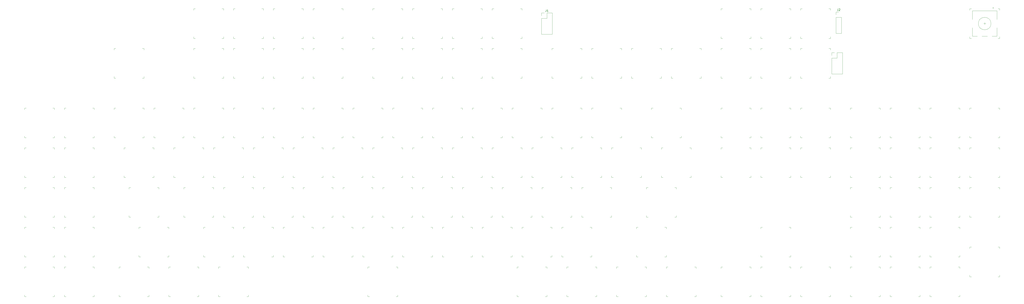
<source format=gbr>
%TF.GenerationSoftware,KiCad,Pcbnew,(6.0.0)*%
%TF.CreationDate,2022-04-04T19:04:30-04:00*%
%TF.ProjectId,SweetBusiness,53776565-7442-4757-9369-6e6573732e6b,rev?*%
%TF.SameCoordinates,Original*%
%TF.FileFunction,Legend,Top*%
%TF.FilePolarity,Positive*%
%FSLAX46Y46*%
G04 Gerber Fmt 4.6, Leading zero omitted, Abs format (unit mm)*
G04 Created by KiCad (PCBNEW (6.0.0)) date 2022-04-04 19:04:30*
%MOMM*%
%LPD*%
G01*
G04 APERTURE LIST*
%ADD10C,0.150000*%
%ADD11C,0.120000*%
G04 APERTURE END LIST*
D10*
%TO.C,J1*%
X311605416Y-125084880D02*
X311605416Y-125799166D01*
X311557797Y-125942023D01*
X311462559Y-126037261D01*
X311319702Y-126084880D01*
X311224464Y-126084880D01*
X312605416Y-126084880D02*
X312033988Y-126084880D01*
X312319702Y-126084880D02*
X312319702Y-125084880D01*
X312224464Y-125227738D01*
X312129226Y-125322976D01*
X312033988Y-125370595D01*
%TO.C,J2*%
X451278666Y-124640380D02*
X451278666Y-125354666D01*
X451231047Y-125497523D01*
X451135809Y-125592761D01*
X450992952Y-125640380D01*
X450897714Y-125640380D01*
X451707238Y-124735619D02*
X451754857Y-124688000D01*
X451850095Y-124640380D01*
X452088190Y-124640380D01*
X452183428Y-124688000D01*
X452231047Y-124735619D01*
X452278666Y-124830857D01*
X452278666Y-124926095D01*
X452231047Y-125068952D01*
X451659619Y-125640380D01*
X452278666Y-125640380D01*
D11*
%TO.C,K70*%
X457200450Y-192087900D02*
X457200450Y-191294200D01*
X457200450Y-191294200D02*
X457994150Y-191294200D01*
X457994150Y-205580800D02*
X457200450Y-205580800D01*
X457200450Y-205580800D02*
X457200450Y-204787100D01*
X471487050Y-192087900D02*
X471487050Y-191294200D01*
X471487050Y-191294200D02*
X470693350Y-191294200D01*
X471487050Y-205580800D02*
X470693350Y-205580800D01*
X471487050Y-204787100D02*
X471487050Y-205580800D01*
%TO.C,K42*%
X333375450Y-173037900D02*
X333375450Y-172244200D01*
X347662050Y-185737100D02*
X347662050Y-186530800D01*
X334169150Y-186530800D02*
X333375450Y-186530800D01*
X347662050Y-186530800D02*
X346868350Y-186530800D01*
X333375450Y-172244200D02*
X334169150Y-172244200D01*
X333375450Y-186530800D02*
X333375450Y-185737100D01*
X347662050Y-172244200D02*
X346868350Y-172244200D01*
X347662050Y-173037900D02*
X347662050Y-172244200D01*
%TO.C,K44*%
X409574550Y-172244200D02*
X408780850Y-172244200D01*
X395287950Y-186530800D02*
X395287950Y-185737100D01*
X395287950Y-172244200D02*
X396081650Y-172244200D01*
X395287950Y-173037900D02*
X395287950Y-172244200D01*
X409574550Y-186530800D02*
X408780850Y-186530800D01*
X396081650Y-186530800D02*
X395287950Y-186530800D01*
X409574550Y-173037900D02*
X409574550Y-172244200D01*
X409574550Y-185737100D02*
X409574550Y-186530800D01*
%TO.C,K8*%
X266700450Y-125412900D02*
X266700450Y-124619200D01*
X280987050Y-125412900D02*
X280987050Y-124619200D01*
X266700450Y-124619200D02*
X267494150Y-124619200D01*
X280987050Y-138112100D02*
X280987050Y-138905800D01*
X280987050Y-138905800D02*
X280193350Y-138905800D01*
X266700450Y-138905800D02*
X266700450Y-138112100D01*
X267494150Y-138905800D02*
X266700450Y-138905800D01*
X280987050Y-124619200D02*
X280193350Y-124619200D01*
%TO.C,K125*%
X490537050Y-262730800D02*
X489743350Y-262730800D01*
X490537050Y-248444200D02*
X489743350Y-248444200D01*
X476250450Y-248444200D02*
X477044150Y-248444200D01*
X476250450Y-249237900D02*
X476250450Y-248444200D01*
X477044150Y-262730800D02*
X476250450Y-262730800D01*
X476250450Y-262730800D02*
X476250450Y-261937100D01*
X490537050Y-249237900D02*
X490537050Y-248444200D01*
X490537050Y-261937100D02*
X490537050Y-262730800D01*
%TO.C,K110*%
X495300450Y-229394200D02*
X496094150Y-229394200D01*
X509587050Y-229394200D02*
X508793350Y-229394200D01*
X509587050Y-230187900D02*
X509587050Y-229394200D01*
X495300450Y-230187900D02*
X495300450Y-229394200D01*
X496094150Y-243680800D02*
X495300450Y-243680800D01*
X509587050Y-243680800D02*
X508793350Y-243680800D01*
X495300450Y-243680800D02*
X495300450Y-242887100D01*
X509587050Y-242887100D02*
X509587050Y-243680800D01*
%TO.C,K84*%
X271462950Y-211137900D02*
X271462950Y-210344200D01*
X271462950Y-210344200D02*
X272256650Y-210344200D01*
X285749550Y-211137900D02*
X285749550Y-210344200D01*
X272256650Y-224630800D02*
X271462950Y-224630800D01*
X285749550Y-210344200D02*
X284955850Y-210344200D01*
X271462950Y-224630800D02*
X271462950Y-223837100D01*
X285749550Y-223837100D02*
X285749550Y-224630800D01*
X285749550Y-224630800D02*
X284955850Y-224630800D01*
%TO.C,K79*%
X190499550Y-223837100D02*
X190499550Y-224630800D01*
X176212950Y-224630800D02*
X176212950Y-223837100D01*
X190499550Y-224630800D02*
X189705850Y-224630800D01*
X176212950Y-211137900D02*
X176212950Y-210344200D01*
X177006650Y-224630800D02*
X176212950Y-224630800D01*
X190499550Y-211137900D02*
X190499550Y-210344200D01*
X190499550Y-210344200D02*
X189705850Y-210344200D01*
X176212950Y-210344200D02*
X177006650Y-210344200D01*
%TO.C,K38*%
X271462050Y-186530800D02*
X270668350Y-186530800D01*
X257175450Y-186530800D02*
X257175450Y-185737100D01*
X271462050Y-173037900D02*
X271462050Y-172244200D01*
X271462050Y-185737100D02*
X271462050Y-186530800D01*
X257175450Y-172244200D02*
X257969150Y-172244200D01*
X257175450Y-173037900D02*
X257175450Y-172244200D01*
X271462050Y-172244200D02*
X270668350Y-172244200D01*
X257969150Y-186530800D02*
X257175450Y-186530800D01*
%TO.C,K37*%
X252412050Y-186530800D02*
X251618350Y-186530800D01*
X252412050Y-173037900D02*
X252412050Y-172244200D01*
X238125450Y-173037900D02*
X238125450Y-172244200D01*
X252412050Y-172244200D02*
X251618350Y-172244200D01*
X238125450Y-186530800D02*
X238125450Y-185737100D01*
X252412050Y-185737100D02*
X252412050Y-186530800D01*
X238919150Y-186530800D02*
X238125450Y-186530800D01*
X238125450Y-172244200D02*
X238919150Y-172244200D01*
%TO.C,K29*%
X80962950Y-172244200D02*
X81756650Y-172244200D01*
X95249550Y-173037900D02*
X95249550Y-172244200D01*
X95249550Y-172244200D02*
X94455850Y-172244200D01*
X95249550Y-185737100D02*
X95249550Y-186530800D01*
X80962950Y-186530800D02*
X80962950Y-185737100D01*
X81756650Y-186530800D02*
X80962950Y-186530800D01*
X80962950Y-173037900D02*
X80962950Y-172244200D01*
X95249550Y-186530800D02*
X94455850Y-186530800D01*
%TO.C,J1*%
X311938750Y-129232500D02*
X311938750Y-126632500D01*
X309338750Y-127962500D02*
X309338750Y-126632500D01*
X309338750Y-129232500D02*
X311938750Y-129232500D01*
X314538750Y-126632500D02*
X314538750Y-136912500D01*
X311938750Y-126632500D02*
X314538750Y-126632500D01*
X309338750Y-136912500D02*
X314538750Y-136912500D01*
X309338750Y-129232500D02*
X309338750Y-136912500D01*
X309338750Y-126632500D02*
X310668750Y-126632500D01*
%TO.C,K49*%
X509587050Y-186530800D02*
X508793350Y-186530800D01*
X509587050Y-185737100D02*
X509587050Y-186530800D01*
X496094150Y-186530800D02*
X495300450Y-186530800D01*
X495300450Y-173037900D02*
X495300450Y-172244200D01*
X495300450Y-186530800D02*
X495300450Y-185737100D01*
X509587050Y-173037900D02*
X509587050Y-172244200D01*
X509587050Y-172244200D02*
X508793350Y-172244200D01*
X495300450Y-172244200D02*
X496094150Y-172244200D01*
%TO.C,K82*%
X234156650Y-224630800D02*
X233362950Y-224630800D01*
X233362950Y-224630800D02*
X233362950Y-223837100D01*
X247649550Y-223837100D02*
X247649550Y-224630800D01*
X247649550Y-210344200D02*
X246855850Y-210344200D01*
X233362950Y-210344200D02*
X234156650Y-210344200D01*
X233362950Y-211137900D02*
X233362950Y-210344200D01*
X247649550Y-211137900D02*
X247649550Y-210344200D01*
X247649550Y-224630800D02*
X246855850Y-224630800D01*
%TO.C,K3*%
X176212050Y-125412900D02*
X176212050Y-124619200D01*
X161925450Y-124619200D02*
X162719150Y-124619200D01*
X176212050Y-138905800D02*
X175418350Y-138905800D01*
X161925450Y-138905800D02*
X161925450Y-138112100D01*
X161925450Y-125412900D02*
X161925450Y-124619200D01*
X176212050Y-124619200D02*
X175418350Y-124619200D01*
X162719150Y-138905800D02*
X161925450Y-138905800D01*
X176212050Y-138112100D02*
X176212050Y-138905800D01*
%TO.C,K39*%
X276225450Y-172244200D02*
X277019150Y-172244200D01*
X290512050Y-185737100D02*
X290512050Y-186530800D01*
X290512050Y-172244200D02*
X289718350Y-172244200D01*
X290512050Y-173037900D02*
X290512050Y-172244200D01*
X276225450Y-173037900D02*
X276225450Y-172244200D01*
X277019150Y-186530800D02*
X276225450Y-186530800D01*
X290512050Y-186530800D02*
X289718350Y-186530800D01*
X276225450Y-186530800D02*
X276225450Y-185737100D01*
%TO.C,K123*%
X433387950Y-262730800D02*
X433387950Y-261937100D01*
X434181650Y-262730800D02*
X433387950Y-262730800D01*
X447674550Y-248444200D02*
X446880850Y-248444200D01*
X433387950Y-248444200D02*
X434181650Y-248444200D01*
X447674550Y-262730800D02*
X446880850Y-262730800D01*
X433387950Y-249237900D02*
X433387950Y-248444200D01*
X447674550Y-249237900D02*
X447674550Y-248444200D01*
X447674550Y-261937100D02*
X447674550Y-262730800D01*
%TO.C,K24*%
X385762050Y-144462900D02*
X385762050Y-143669200D01*
X385762050Y-157955800D02*
X384968350Y-157955800D01*
X371475450Y-143669200D02*
X372269150Y-143669200D01*
X385762050Y-157162100D02*
X385762050Y-157955800D01*
X371475450Y-144462900D02*
X371475450Y-143669200D01*
X372269150Y-157955800D02*
X371475450Y-157955800D01*
X385762050Y-143669200D02*
X384968350Y-143669200D01*
X371475450Y-157955800D02*
X371475450Y-157162100D01*
%TO.C,K17*%
X228600450Y-157955800D02*
X228600450Y-157162100D01*
X242887050Y-143669200D02*
X242093350Y-143669200D01*
X242887050Y-157955800D02*
X242093350Y-157955800D01*
X242887050Y-144462900D02*
X242887050Y-143669200D01*
X228600450Y-143669200D02*
X229394150Y-143669200D01*
X242887050Y-157162100D02*
X242887050Y-157955800D01*
X228600450Y-144462900D02*
X228600450Y-143669200D01*
X229394150Y-157955800D02*
X228600450Y-157955800D01*
%TO.C,K73*%
X528637050Y-191294200D02*
X527843350Y-191294200D01*
X515144150Y-205580800D02*
X514350450Y-205580800D01*
X514350450Y-192087900D02*
X514350450Y-191294200D01*
X528637050Y-204787100D02*
X528637050Y-205580800D01*
X528637050Y-205580800D02*
X527843350Y-205580800D01*
X514350450Y-205580800D02*
X514350450Y-204787100D01*
X514350450Y-191294200D02*
X515144150Y-191294200D01*
X528637050Y-192087900D02*
X528637050Y-191294200D01*
%TO.C,K35*%
X200819150Y-186530800D02*
X200025450Y-186530800D01*
X200025450Y-173037900D02*
X200025450Y-172244200D01*
X214312050Y-185737100D02*
X214312050Y-186530800D01*
X214312050Y-186530800D02*
X213518350Y-186530800D01*
X200025450Y-186530800D02*
X200025450Y-185737100D01*
X200025450Y-172244200D02*
X200819150Y-172244200D01*
X214312050Y-172244200D02*
X213518350Y-172244200D01*
X214312050Y-173037900D02*
X214312050Y-172244200D01*
%TO.C,J2*%
X450282000Y-126188000D02*
X451612000Y-126188000D01*
X450282000Y-128788000D02*
X452942000Y-128788000D01*
X450282000Y-127518000D02*
X450282000Y-126188000D01*
X452942000Y-128788000D02*
X452942000Y-136468000D01*
X450282000Y-128788000D02*
X450282000Y-136468000D01*
X450282000Y-136468000D02*
X452942000Y-136468000D01*
%TO.C,K92*%
X514350450Y-211137900D02*
X514350450Y-210344200D01*
X528637050Y-210344200D02*
X527843350Y-210344200D01*
X528637050Y-223837100D02*
X528637050Y-224630800D01*
X528637050Y-224630800D02*
X527843350Y-224630800D01*
X528637050Y-211137900D02*
X528637050Y-210344200D01*
X515144150Y-224630800D02*
X514350450Y-224630800D01*
X514350450Y-224630800D02*
X514350450Y-223837100D01*
X514350450Y-210344200D02*
X515144150Y-210344200D01*
%TO.C,K61*%
X266700450Y-192087900D02*
X266700450Y-191294200D01*
X267494150Y-205580800D02*
X266700450Y-205580800D01*
X266700450Y-205580800D02*
X266700450Y-204787100D01*
X280987050Y-191294200D02*
X280193350Y-191294200D01*
X280987050Y-192087900D02*
X280987050Y-191294200D01*
X266700450Y-191294200D02*
X267494150Y-191294200D01*
X280987050Y-204787100D02*
X280987050Y-205580800D01*
X280987050Y-205580800D02*
X280193350Y-205580800D01*
%TO.C,K30*%
X119062050Y-173037900D02*
X119062050Y-172244200D01*
X105569150Y-186530800D02*
X104775450Y-186530800D01*
X119062050Y-172244200D02*
X118268350Y-172244200D01*
X104775450Y-172244200D02*
X105569150Y-172244200D01*
X119062050Y-186530800D02*
X118268350Y-186530800D01*
X104775450Y-186530800D02*
X104775450Y-185737100D01*
X104775450Y-173037900D02*
X104775450Y-172244200D01*
X119062050Y-185737100D02*
X119062050Y-186530800D01*
%TO.C,K83*%
X266699550Y-210344200D02*
X265905850Y-210344200D01*
X252412950Y-211137900D02*
X252412950Y-210344200D01*
X266699550Y-224630800D02*
X265905850Y-224630800D01*
X253206650Y-224630800D02*
X252412950Y-224630800D01*
X252412950Y-210344200D02*
X253206650Y-210344200D01*
X266699550Y-211137900D02*
X266699550Y-210344200D01*
X266699550Y-223837100D02*
X266699550Y-224630800D01*
X252412950Y-224630800D02*
X252412950Y-223837100D01*
%TO.C,K81*%
X228599550Y-224630800D02*
X227805850Y-224630800D01*
X214312950Y-210344200D02*
X215106650Y-210344200D01*
X228599550Y-223837100D02*
X228599550Y-224630800D01*
X228599550Y-211137900D02*
X228599550Y-210344200D01*
X215106650Y-224630800D02*
X214312950Y-224630800D01*
X228599550Y-210344200D02*
X227805850Y-210344200D01*
X214312950Y-224630800D02*
X214312950Y-223837100D01*
X214312950Y-211137900D02*
X214312950Y-210344200D01*
%TO.C,K90*%
X476250450Y-224630800D02*
X476250450Y-223837100D01*
X476250450Y-211137900D02*
X476250450Y-210344200D01*
X477044150Y-224630800D02*
X476250450Y-224630800D01*
X476250450Y-210344200D02*
X477044150Y-210344200D01*
X490537050Y-211137900D02*
X490537050Y-210344200D01*
X490537050Y-223837100D02*
X490537050Y-224630800D01*
X490537050Y-224630800D02*
X489743350Y-224630800D01*
X490537050Y-210344200D02*
X489743350Y-210344200D01*
%TO.C,K20*%
X285750450Y-157955800D02*
X285750450Y-157162100D01*
X300037050Y-157955800D02*
X299243350Y-157955800D01*
X300037050Y-143669200D02*
X299243350Y-143669200D01*
X286544150Y-157955800D02*
X285750450Y-157955800D01*
X300037050Y-144462900D02*
X300037050Y-143669200D01*
X285750450Y-144462900D02*
X285750450Y-143669200D01*
X285750450Y-143669200D02*
X286544150Y-143669200D01*
X300037050Y-157162100D02*
X300037050Y-157955800D01*
%TO.C,K59*%
X242887050Y-204787100D02*
X242887050Y-205580800D01*
X228600450Y-205580800D02*
X228600450Y-204787100D01*
X229394150Y-205580800D02*
X228600450Y-205580800D01*
X242887050Y-205580800D02*
X242093350Y-205580800D01*
X228600450Y-191294200D02*
X229394150Y-191294200D01*
X242887050Y-192087900D02*
X242887050Y-191294200D01*
X228600450Y-192087900D02*
X228600450Y-191294200D01*
X242887050Y-191294200D02*
X242093350Y-191294200D01*
%TO.C,K95*%
X130968300Y-243680800D02*
X130174600Y-243680800D01*
X116681700Y-243680800D02*
X116681700Y-242887100D01*
X117475400Y-243680800D02*
X116681700Y-243680800D01*
X116681700Y-230187900D02*
X116681700Y-229394200D01*
X130968300Y-230187900D02*
X130968300Y-229394200D01*
X116681700Y-229394200D02*
X117475400Y-229394200D01*
X130968300Y-229394200D02*
X130174600Y-229394200D01*
X130968300Y-242887100D02*
X130968300Y-243680800D01*
%TO.C,K111*%
X76199550Y-248444200D02*
X75405850Y-248444200D01*
X61912950Y-262730800D02*
X61912950Y-261937100D01*
X61912950Y-249237900D02*
X61912950Y-248444200D01*
X61912950Y-248444200D02*
X62706650Y-248444200D01*
X76199550Y-249237900D02*
X76199550Y-248444200D01*
X62706650Y-262730800D02*
X61912950Y-262730800D01*
X76199550Y-261937100D02*
X76199550Y-262730800D01*
X76199550Y-262730800D02*
X75405850Y-262730800D01*
%TO.C,K50*%
X514350450Y-186530800D02*
X514350450Y-185737100D01*
X528637050Y-185737100D02*
X528637050Y-186530800D01*
X528637050Y-172244200D02*
X527843350Y-172244200D01*
X514350450Y-173037900D02*
X514350450Y-172244200D01*
X515144150Y-186530800D02*
X514350450Y-186530800D01*
X528637050Y-186530800D02*
X527843350Y-186530800D01*
X528637050Y-173037900D02*
X528637050Y-172244200D01*
X514350450Y-172244200D02*
X515144150Y-172244200D01*
%TO.C,K104*%
X300037950Y-243680800D02*
X300037950Y-242887100D01*
X300037950Y-229394200D02*
X300831650Y-229394200D01*
X314324550Y-230187900D02*
X314324550Y-229394200D01*
X300037950Y-230187900D02*
X300037950Y-229394200D01*
X314324550Y-243680800D02*
X313530850Y-243680800D01*
X314324550Y-242887100D02*
X314324550Y-243680800D01*
X300831650Y-243680800D02*
X300037950Y-243680800D01*
X314324550Y-229394200D02*
X313530850Y-229394200D01*
%TO.C,K25*%
X409574550Y-157162100D02*
X409574550Y-157955800D01*
X409574550Y-143669200D02*
X408780850Y-143669200D01*
X396081650Y-157955800D02*
X395287950Y-157955800D01*
X395287950Y-144462900D02*
X395287950Y-143669200D01*
X395287950Y-143669200D02*
X396081650Y-143669200D01*
X395287950Y-157955800D02*
X395287950Y-157162100D01*
X409574550Y-144462900D02*
X409574550Y-143669200D01*
X409574550Y-157955800D02*
X408780850Y-157955800D01*
%TO.C,K52*%
X80962950Y-192087900D02*
X80962950Y-191294200D01*
X95249550Y-192087900D02*
X95249550Y-191294200D01*
X95249550Y-204787100D02*
X95249550Y-205580800D01*
X80962950Y-205580800D02*
X80962950Y-204787100D01*
X81756650Y-205580800D02*
X80962950Y-205580800D01*
X95249550Y-191294200D02*
X94455850Y-191294200D01*
X80962950Y-191294200D02*
X81756650Y-191294200D01*
X95249550Y-205580800D02*
X94455850Y-205580800D01*
%TO.C,K2*%
X157162050Y-124619200D02*
X156368350Y-124619200D01*
X157162050Y-138905800D02*
X156368350Y-138905800D01*
X142875450Y-138905800D02*
X142875450Y-138112100D01*
X157162050Y-138112100D02*
X157162050Y-138905800D01*
X142875450Y-125412900D02*
X142875450Y-124619200D01*
X157162050Y-125412900D02*
X157162050Y-124619200D01*
X143669150Y-138905800D02*
X142875450Y-138905800D01*
X142875450Y-124619200D02*
X143669150Y-124619200D01*
%TO.C,K100*%
X238124550Y-229394200D02*
X237330850Y-229394200D01*
X238124550Y-242887100D02*
X238124550Y-243680800D01*
X238124550Y-230187900D02*
X238124550Y-229394200D01*
X224631650Y-243680800D02*
X223837950Y-243680800D01*
X223837950Y-229394200D02*
X224631650Y-229394200D01*
X223837950Y-230187900D02*
X223837950Y-229394200D01*
X223837950Y-243680800D02*
X223837950Y-242887100D01*
X238124550Y-243680800D02*
X237330850Y-243680800D01*
%TO.C,K89*%
X471487050Y-211137900D02*
X471487050Y-210344200D01*
X471487050Y-224630800D02*
X470693350Y-224630800D01*
X471487050Y-223837100D02*
X471487050Y-224630800D01*
X457200450Y-210344200D02*
X457994150Y-210344200D01*
X471487050Y-210344200D02*
X470693350Y-210344200D01*
X457200450Y-224630800D02*
X457200450Y-223837100D01*
X457994150Y-224630800D02*
X457200450Y-224630800D01*
X457200450Y-211137900D02*
X457200450Y-210344200D01*
%TO.C,K88*%
X373855800Y-224630800D02*
X373062100Y-224630800D01*
X360362900Y-224630800D02*
X359569200Y-224630800D01*
X359569200Y-210344200D02*
X360362900Y-210344200D01*
X359569200Y-224630800D02*
X359569200Y-223837100D01*
X373855800Y-223837100D02*
X373855800Y-224630800D01*
X359569200Y-211137900D02*
X359569200Y-210344200D01*
X373855800Y-211137900D02*
X373855800Y-210344200D01*
X373855800Y-210344200D02*
X373062100Y-210344200D01*
%TO.C,K26*%
X414337950Y-144462900D02*
X414337950Y-143669200D01*
X428624550Y-157162100D02*
X428624550Y-157955800D01*
X415131650Y-157955800D02*
X414337950Y-157955800D01*
X414337950Y-157955800D02*
X414337950Y-157162100D01*
X428624550Y-143669200D02*
X427830850Y-143669200D01*
X428624550Y-157955800D02*
X427830850Y-157955800D01*
X414337950Y-143669200D02*
X415131650Y-143669200D01*
X428624550Y-144462900D02*
X428624550Y-143669200D01*
%TO.C,K80*%
X195262950Y-224630800D02*
X195262950Y-223837100D01*
X209549550Y-223837100D02*
X209549550Y-224630800D01*
X196056650Y-224630800D02*
X195262950Y-224630800D01*
X195262950Y-210344200D02*
X196056650Y-210344200D01*
X209549550Y-224630800D02*
X208755850Y-224630800D01*
X209549550Y-211137900D02*
X209549550Y-210344200D01*
X209549550Y-210344200D02*
X208755850Y-210344200D01*
X195262950Y-211137900D02*
X195262950Y-210344200D01*
%TO.C,K77*%
X138112950Y-210344200D02*
X138906650Y-210344200D01*
X152399550Y-224630800D02*
X151605850Y-224630800D01*
X138906650Y-224630800D02*
X138112950Y-224630800D01*
X152399550Y-210344200D02*
X151605850Y-210344200D01*
X152399550Y-211137900D02*
X152399550Y-210344200D01*
X138112950Y-211137900D02*
X138112950Y-210344200D01*
X152399550Y-223837100D02*
X152399550Y-224630800D01*
X138112950Y-224630800D02*
X138112950Y-223837100D01*
%TO.C,K122*%
X414337950Y-249237900D02*
X414337950Y-248444200D01*
X414337950Y-262730800D02*
X414337950Y-261937100D01*
X428624550Y-249237900D02*
X428624550Y-248444200D01*
X428624550Y-248444200D02*
X427830850Y-248444200D01*
X414337950Y-248444200D02*
X415131650Y-248444200D01*
X415131650Y-262730800D02*
X414337950Y-262730800D01*
X428624550Y-262730800D02*
X427830850Y-262730800D01*
X428624550Y-261937100D02*
X428624550Y-262730800D01*
%TO.C,K46*%
X447674550Y-173037900D02*
X447674550Y-172244200D01*
X434181650Y-186530800D02*
X433387950Y-186530800D01*
X433387950Y-172244200D02*
X434181650Y-172244200D01*
X447674550Y-172244200D02*
X446880850Y-172244200D01*
X433387950Y-173037900D02*
X433387950Y-172244200D01*
X447674550Y-185737100D02*
X447674550Y-186530800D01*
X433387950Y-186530800D02*
X433387950Y-185737100D01*
X447674550Y-186530800D02*
X446880850Y-186530800D01*
%TO.C,K126*%
X496094150Y-262730800D02*
X495300450Y-262730800D01*
X495300450Y-249237900D02*
X495300450Y-248444200D01*
X509587050Y-261937100D02*
X509587050Y-262730800D01*
X495300450Y-248444200D02*
X496094150Y-248444200D01*
X495300450Y-262730800D02*
X495300450Y-261937100D01*
X509587050Y-249237900D02*
X509587050Y-248444200D01*
X509587050Y-248444200D02*
X508793350Y-248444200D01*
X509587050Y-262730800D02*
X508793350Y-262730800D01*
%TO.C,K112*%
X80962950Y-262730800D02*
X80962950Y-261937100D01*
X95249550Y-261937100D02*
X95249550Y-262730800D01*
X95249550Y-249237900D02*
X95249550Y-248444200D01*
X80962950Y-249237900D02*
X80962950Y-248444200D01*
X95249550Y-262730800D02*
X94455850Y-262730800D01*
X81756650Y-262730800D02*
X80962950Y-262730800D01*
X95249550Y-248444200D02*
X94455850Y-248444200D01*
X80962950Y-248444200D02*
X81756650Y-248444200D01*
%TO.C,K113*%
X107156700Y-248444200D02*
X107950400Y-248444200D01*
X107156700Y-262730800D02*
X107156700Y-261937100D01*
X107156700Y-249237900D02*
X107156700Y-248444200D01*
X121443300Y-248444200D02*
X120649600Y-248444200D01*
X121443300Y-249237900D02*
X121443300Y-248444200D01*
X121443300Y-262730800D02*
X120649600Y-262730800D01*
X121443300Y-261937100D02*
X121443300Y-262730800D01*
X107950400Y-262730800D02*
X107156700Y-262730800D01*
%TO.C,K65*%
X342900450Y-191294200D02*
X343694150Y-191294200D01*
X357187050Y-205580800D02*
X356393350Y-205580800D01*
X357187050Y-191294200D02*
X356393350Y-191294200D01*
X342900450Y-205580800D02*
X342900450Y-204787100D01*
X343694150Y-205580800D02*
X342900450Y-205580800D01*
X357187050Y-204787100D02*
X357187050Y-205580800D01*
X357187050Y-192087900D02*
X357187050Y-191294200D01*
X342900450Y-192087900D02*
X342900450Y-191294200D01*
%TO.C,K54*%
X147637050Y-205580800D02*
X146843350Y-205580800D01*
X133350450Y-192087900D02*
X133350450Y-191294200D01*
X147637050Y-191294200D02*
X146843350Y-191294200D01*
X147637050Y-204787100D02*
X147637050Y-205580800D01*
X133350450Y-205580800D02*
X133350450Y-204787100D01*
X134144150Y-205580800D02*
X133350450Y-205580800D01*
X147637050Y-192087900D02*
X147637050Y-191294200D01*
X133350450Y-191294200D02*
X134144150Y-191294200D01*
%TO.C,K76*%
X111919200Y-210344200D02*
X112712900Y-210344200D01*
X126205800Y-210344200D02*
X125412100Y-210344200D01*
X112712900Y-224630800D02*
X111919200Y-224630800D01*
X126205800Y-223837100D02*
X126205800Y-224630800D01*
X126205800Y-224630800D02*
X125412100Y-224630800D01*
X126205800Y-211137900D02*
X126205800Y-210344200D01*
X111919200Y-211137900D02*
X111919200Y-210344200D01*
X111919200Y-224630800D02*
X111919200Y-223837100D01*
%TO.C,K78*%
X157956650Y-224630800D02*
X157162950Y-224630800D01*
X171449550Y-210344200D02*
X170655850Y-210344200D01*
X157162950Y-211137900D02*
X157162950Y-210344200D01*
X171449550Y-211137900D02*
X171449550Y-210344200D01*
X171449550Y-224630800D02*
X170655850Y-224630800D01*
X157162950Y-210344200D02*
X157956650Y-210344200D01*
X171449550Y-223837100D02*
X171449550Y-224630800D01*
X157162950Y-224630800D02*
X157162950Y-223837100D01*
%TO.C,K51*%
X61912950Y-205580800D02*
X61912950Y-204787100D01*
X76199550Y-191294200D02*
X75405850Y-191294200D01*
X61912950Y-192087900D02*
X61912950Y-191294200D01*
X76199550Y-192087900D02*
X76199550Y-191294200D01*
X76199550Y-205580800D02*
X75405850Y-205580800D01*
X62706650Y-205580800D02*
X61912950Y-205580800D01*
X76199550Y-204787100D02*
X76199550Y-205580800D01*
X61912950Y-191294200D02*
X62706650Y-191294200D01*
%TO.C,K101*%
X242887950Y-230187900D02*
X242887950Y-229394200D01*
X242887950Y-229394200D02*
X243681650Y-229394200D01*
X257174550Y-229394200D02*
X256380850Y-229394200D01*
X257174550Y-243680800D02*
X256380850Y-243680800D01*
X257174550Y-230187900D02*
X257174550Y-229394200D01*
X243681650Y-243680800D02*
X242887950Y-243680800D01*
X242887950Y-243680800D02*
X242887950Y-242887100D01*
X257174550Y-242887100D02*
X257174550Y-243680800D01*
%TO.C,K57*%
X190500450Y-191294200D02*
X191294150Y-191294200D01*
X191294150Y-205580800D02*
X190500450Y-205580800D01*
X190500450Y-205580800D02*
X190500450Y-204787100D01*
X204787050Y-205580800D02*
X203993350Y-205580800D01*
X204787050Y-204787100D02*
X204787050Y-205580800D01*
X190500450Y-192087900D02*
X190500450Y-191294200D01*
X204787050Y-191294200D02*
X203993350Y-191294200D01*
X204787050Y-192087900D02*
X204787050Y-191294200D01*
%TO.C,K64*%
X324644150Y-205580800D02*
X323850450Y-205580800D01*
X323850450Y-205580800D02*
X323850450Y-204787100D01*
X323850450Y-192087900D02*
X323850450Y-191294200D01*
X338137050Y-204787100D02*
X338137050Y-205580800D01*
X338137050Y-191294200D02*
X337343350Y-191294200D01*
X338137050Y-192087900D02*
X338137050Y-191294200D01*
X323850450Y-191294200D02*
X324644150Y-191294200D01*
X338137050Y-205580800D02*
X337343350Y-205580800D01*
%TO.C,K105*%
X333374550Y-230187900D02*
X333374550Y-229394200D01*
X319087950Y-230187900D02*
X319087950Y-229394200D01*
X319087950Y-243680800D02*
X319087950Y-242887100D01*
X319087950Y-229394200D02*
X319881650Y-229394200D01*
X333374550Y-243680800D02*
X332580850Y-243680800D01*
X333374550Y-229394200D02*
X332580850Y-229394200D01*
X333374550Y-242887100D02*
X333374550Y-243680800D01*
X319881650Y-243680800D02*
X319087950Y-243680800D01*
%TO.C,K32*%
X157162050Y-173037900D02*
X157162050Y-172244200D01*
X142875450Y-173037900D02*
X142875450Y-172244200D01*
X157162050Y-172244200D02*
X156368350Y-172244200D01*
X142875450Y-172244200D02*
X143669150Y-172244200D01*
X143669150Y-186530800D02*
X142875450Y-186530800D01*
X142875450Y-186530800D02*
X142875450Y-185737100D01*
X157162050Y-185737100D02*
X157162050Y-186530800D01*
X157162050Y-186530800D02*
X156368350Y-186530800D01*
%TO.C,K27*%
X433387950Y-144462900D02*
X433387950Y-143669200D01*
X433387950Y-143669200D02*
X434181650Y-143669200D01*
X434181650Y-157955800D02*
X433387950Y-157955800D01*
X447674550Y-157162100D02*
X447674550Y-157955800D01*
X447674550Y-157955800D02*
X446880850Y-157955800D01*
X433387950Y-157955800D02*
X433387950Y-157162100D01*
X447674550Y-144462900D02*
X447674550Y-143669200D01*
X447674550Y-143669200D02*
X446880850Y-143669200D01*
%TO.C,K13*%
X157162050Y-143669200D02*
X156368350Y-143669200D01*
X157162050Y-157955800D02*
X156368350Y-157955800D01*
X142875450Y-143669200D02*
X143669150Y-143669200D01*
X157162050Y-157162100D02*
X157162050Y-157955800D01*
X142875450Y-157955800D02*
X142875450Y-157162100D01*
X157162050Y-144462900D02*
X157162050Y-143669200D01*
X143669150Y-157955800D02*
X142875450Y-157955800D01*
X142875450Y-144462900D02*
X142875450Y-143669200D01*
%TO.C,K94*%
X80962950Y-229394200D02*
X81756650Y-229394200D01*
X80962950Y-243680800D02*
X80962950Y-242887100D01*
X81756650Y-243680800D02*
X80962950Y-243680800D01*
X95249550Y-229394200D02*
X94455850Y-229394200D01*
X95249550Y-230187900D02*
X95249550Y-229394200D01*
X80962950Y-230187900D02*
X80962950Y-229394200D01*
X95249550Y-242887100D02*
X95249550Y-243680800D01*
X95249550Y-243680800D02*
X94455850Y-243680800D01*
%TO.C,K93*%
X61912950Y-229394200D02*
X62706650Y-229394200D01*
X61912950Y-243680800D02*
X61912950Y-242887100D01*
X76199550Y-243680800D02*
X75405850Y-243680800D01*
X61912950Y-230187900D02*
X61912950Y-229394200D01*
X76199550Y-229394200D02*
X75405850Y-229394200D01*
X76199550Y-230187900D02*
X76199550Y-229394200D01*
X62706650Y-243680800D02*
X61912950Y-243680800D01*
X76199550Y-242887100D02*
X76199550Y-243680800D01*
%TO.C,K109*%
X490537050Y-243680800D02*
X489743350Y-243680800D01*
X477044150Y-243680800D02*
X476250450Y-243680800D01*
X490537050Y-229394200D02*
X489743350Y-229394200D01*
X476250450Y-229394200D02*
X477044150Y-229394200D01*
X476250450Y-243680800D02*
X476250450Y-242887100D01*
X490537050Y-242887100D02*
X490537050Y-243680800D01*
X490537050Y-230187900D02*
X490537050Y-229394200D01*
X476250450Y-230187900D02*
X476250450Y-229394200D01*
%TO.C,K48*%
X490537050Y-172244200D02*
X489743350Y-172244200D01*
X490537050Y-186530800D02*
X489743350Y-186530800D01*
X477044150Y-186530800D02*
X476250450Y-186530800D01*
X490537050Y-185737100D02*
X490537050Y-186530800D01*
X476250450Y-172244200D02*
X477044150Y-172244200D01*
X476250450Y-173037900D02*
X476250450Y-172244200D01*
X490537050Y-173037900D02*
X490537050Y-172244200D01*
X476250450Y-186530800D02*
X476250450Y-185737100D01*
%TO.C,K58*%
X209550450Y-191294200D02*
X210344150Y-191294200D01*
X223837050Y-204787100D02*
X223837050Y-205580800D01*
X223837050Y-192087900D02*
X223837050Y-191294200D01*
X210344150Y-205580800D02*
X209550450Y-205580800D01*
X209550450Y-205580800D02*
X209550450Y-204787100D01*
X209550450Y-192087900D02*
X209550450Y-191294200D01*
X223837050Y-191294200D02*
X223043350Y-191294200D01*
X223837050Y-205580800D02*
X223043350Y-205580800D01*
%TO.C,K68*%
X428624550Y-205580800D02*
X427830850Y-205580800D01*
X414337950Y-205580800D02*
X414337950Y-204787100D01*
X415131650Y-205580800D02*
X414337950Y-205580800D01*
X428624550Y-191294200D02*
X427830850Y-191294200D01*
X428624550Y-204787100D02*
X428624550Y-205580800D01*
X414337950Y-192087900D02*
X414337950Y-191294200D01*
X428624550Y-192087900D02*
X428624550Y-191294200D01*
X414337950Y-191294200D02*
X415131650Y-191294200D01*
%TO.C,K45*%
X414337950Y-173037900D02*
X414337950Y-172244200D01*
X414337950Y-172244200D02*
X415131650Y-172244200D01*
X428624550Y-185737100D02*
X428624550Y-186530800D01*
X428624550Y-173037900D02*
X428624550Y-172244200D01*
X415131650Y-186530800D02*
X414337950Y-186530800D01*
X428624550Y-172244200D02*
X427830850Y-172244200D01*
X428624550Y-186530800D02*
X427830850Y-186530800D01*
X414337950Y-186530800D02*
X414337950Y-185737100D01*
%TO.C,K69*%
X447674550Y-205580800D02*
X446880850Y-205580800D01*
X434181650Y-205580800D02*
X433387950Y-205580800D01*
X447674550Y-204787100D02*
X447674550Y-205580800D01*
X433387950Y-191294200D02*
X434181650Y-191294200D01*
X433387950Y-205580800D02*
X433387950Y-204787100D01*
X447674550Y-191294200D02*
X446880850Y-191294200D01*
X447674550Y-192087900D02*
X447674550Y-191294200D01*
X433387950Y-192087900D02*
X433387950Y-191294200D01*
%TO.C,K67*%
X396081650Y-205580800D02*
X395287950Y-205580800D01*
X395287950Y-192087900D02*
X395287950Y-191294200D01*
X409574550Y-191294200D02*
X408780850Y-191294200D01*
X409574550Y-192087900D02*
X409574550Y-191294200D01*
X409574550Y-205580800D02*
X408780850Y-205580800D01*
X395287950Y-191294200D02*
X396081650Y-191294200D01*
X395287950Y-205580800D02*
X395287950Y-204787100D01*
X409574550Y-204787100D02*
X409574550Y-205580800D01*
%TO.C,K72*%
X495300450Y-191294200D02*
X496094150Y-191294200D01*
X495300450Y-192087900D02*
X495300450Y-191294200D01*
X509587050Y-192087900D02*
X509587050Y-191294200D01*
X495300450Y-205580800D02*
X495300450Y-204787100D01*
X496094150Y-205580800D02*
X495300450Y-205580800D01*
X509587050Y-205580800D02*
X508793350Y-205580800D01*
X509587050Y-204787100D02*
X509587050Y-205580800D01*
X509587050Y-191294200D02*
X508793350Y-191294200D01*
%TO.C,K1*%
X119062050Y-157162100D02*
X119062050Y-157955800D01*
X119062050Y-157955800D02*
X118268350Y-157955800D01*
X104775450Y-157955800D02*
X104775450Y-157162100D01*
X105569150Y-157955800D02*
X104775450Y-157955800D01*
X119062050Y-143669200D02*
X118268350Y-143669200D01*
X104775450Y-144462900D02*
X104775450Y-143669200D01*
X119062050Y-144462900D02*
X119062050Y-143669200D01*
X104775450Y-143669200D02*
X105569150Y-143669200D01*
%TO.C,K10*%
X396081650Y-138905800D02*
X395287950Y-138905800D01*
X395287950Y-124619200D02*
X396081650Y-124619200D01*
X395287950Y-138905800D02*
X395287950Y-138112100D01*
X409574550Y-138112100D02*
X409574550Y-138905800D01*
X395287950Y-125412900D02*
X395287950Y-124619200D01*
X409574550Y-125412900D02*
X409574550Y-124619200D01*
X409574550Y-124619200D02*
X408780850Y-124619200D01*
X409574550Y-138905800D02*
X408780850Y-138905800D01*
%TO.C,K74*%
X76199550Y-210344200D02*
X75405850Y-210344200D01*
X76199550Y-211137900D02*
X76199550Y-210344200D01*
X61912950Y-224630800D02*
X61912950Y-223837100D01*
X61912950Y-210344200D02*
X62706650Y-210344200D01*
X61912950Y-211137900D02*
X61912950Y-210344200D01*
X76199550Y-223837100D02*
X76199550Y-224630800D01*
X76199550Y-224630800D02*
X75405850Y-224630800D01*
X62706650Y-224630800D02*
X61912950Y-224630800D01*
%TO.C,K23*%
X352425450Y-143669200D02*
X353219150Y-143669200D01*
X366712050Y-157955800D02*
X365918350Y-157955800D01*
X366712050Y-157162100D02*
X366712050Y-157955800D01*
X366712050Y-144462900D02*
X366712050Y-143669200D01*
X352425450Y-144462900D02*
X352425450Y-143669200D01*
X352425450Y-157955800D02*
X352425450Y-157162100D01*
X366712050Y-143669200D02*
X365918350Y-143669200D01*
X353219150Y-157955800D02*
X352425450Y-157955800D01*
%TO.C,K120*%
X383380800Y-249237900D02*
X383380800Y-248444200D01*
X383380800Y-261937100D02*
X383380800Y-262730800D01*
X369094200Y-249237900D02*
X369094200Y-248444200D01*
X383380800Y-248444200D02*
X382587100Y-248444200D01*
X369094200Y-248444200D02*
X369887900Y-248444200D01*
X369887900Y-262730800D02*
X369094200Y-262730800D01*
X383380800Y-262730800D02*
X382587100Y-262730800D01*
X369094200Y-262730800D02*
X369094200Y-261937100D01*
%TO.C,K28*%
X61912950Y-173037900D02*
X61912950Y-172244200D01*
X76199550Y-173037900D02*
X76199550Y-172244200D01*
X76199550Y-185737100D02*
X76199550Y-186530800D01*
X61912950Y-186530800D02*
X61912950Y-185737100D01*
X61912950Y-172244200D02*
X62706650Y-172244200D01*
X62706650Y-186530800D02*
X61912950Y-186530800D01*
X76199550Y-172244200D02*
X75405850Y-172244200D01*
X76199550Y-186530800D02*
X75405850Y-186530800D01*
%TO.C,K96*%
X161924550Y-243680800D02*
X161130850Y-243680800D01*
X161924550Y-230187900D02*
X161924550Y-229394200D01*
X147637950Y-230187900D02*
X147637950Y-229394200D01*
X148431650Y-243680800D02*
X147637950Y-243680800D01*
X147637950Y-229394200D02*
X148431650Y-229394200D01*
X147637950Y-243680800D02*
X147637950Y-242887100D01*
X161924550Y-242887100D02*
X161924550Y-243680800D01*
X161924550Y-229394200D02*
X161130850Y-229394200D01*
%TO.C,K118*%
X335755800Y-262730800D02*
X334962100Y-262730800D01*
X335755800Y-261937100D02*
X335755800Y-262730800D01*
X321469200Y-249237900D02*
X321469200Y-248444200D01*
X322262900Y-262730800D02*
X321469200Y-262730800D01*
X321469200Y-262730800D02*
X321469200Y-261937100D01*
X321469200Y-248444200D02*
X322262900Y-248444200D01*
X335755800Y-249237900D02*
X335755800Y-248444200D01*
X335755800Y-248444200D02*
X334962100Y-248444200D01*
%TO.C,K87*%
X328612950Y-211137900D02*
X328612950Y-210344200D01*
X328612950Y-210344200D02*
X329406650Y-210344200D01*
X342899550Y-210344200D02*
X342105850Y-210344200D01*
X328612950Y-224630800D02*
X328612950Y-223837100D01*
X342899550Y-211137900D02*
X342899550Y-210344200D01*
X342899550Y-224630800D02*
X342105850Y-224630800D01*
X329406650Y-224630800D02*
X328612950Y-224630800D01*
X342899550Y-223837100D02*
X342899550Y-224630800D01*
%TO.C,RX1*%
X514350450Y-138905800D02*
X514350450Y-138112100D01*
X527393750Y-133762500D02*
X527393750Y-137862500D01*
X522793750Y-137862500D02*
X520193750Y-137862500D01*
X521493750Y-131262500D02*
X521493750Y-132262500D01*
X514350450Y-124619200D02*
X515144150Y-124619200D01*
X528637050Y-125412900D02*
X528637050Y-124619200D01*
X515593750Y-129762500D02*
X515593750Y-125662500D01*
X525593750Y-124562500D02*
X525293750Y-124262500D01*
X528637050Y-138905800D02*
X527843350Y-138905800D01*
X525293750Y-124262500D02*
X525593750Y-123962500D01*
X527393750Y-137862500D02*
X524993750Y-137862500D01*
X517993750Y-137862500D02*
X515593750Y-137862500D01*
X515144150Y-138905800D02*
X514350450Y-138905800D01*
X528637050Y-124619200D02*
X527843350Y-124619200D01*
X514350450Y-125412900D02*
X514350450Y-124619200D01*
X527393750Y-129762500D02*
X527393750Y-125662500D01*
X528637050Y-138112100D02*
X528637050Y-138905800D01*
X521993750Y-131762500D02*
X520993750Y-131762500D01*
X525593750Y-123962500D02*
X525593750Y-124562500D01*
X527393750Y-125662500D02*
X515593750Y-125662500D01*
X515593750Y-137862500D02*
X515593750Y-133762500D01*
X524493750Y-131762500D02*
G75*
G03*
X524493750Y-131762500I-3000000J0D01*
G01*
%TO.C,J3*%
X448245000Y-148282500D02*
X450845000Y-148282500D01*
X448245000Y-145682500D02*
X449575000Y-145682500D01*
X448245000Y-148282500D02*
X448245000Y-155962500D01*
X448245000Y-147012500D02*
X448245000Y-145682500D01*
X450845000Y-148282500D02*
X450845000Y-145682500D01*
X453445000Y-145682500D02*
X453445000Y-155962500D01*
X450845000Y-145682500D02*
X453445000Y-145682500D01*
X448245000Y-155962500D02*
X453445000Y-155962500D01*
%TO.C,K116*%
X226219200Y-249237900D02*
X226219200Y-248444200D01*
X227012900Y-262730800D02*
X226219200Y-262730800D01*
X240505800Y-262730800D02*
X239712100Y-262730800D01*
X240505800Y-261937100D02*
X240505800Y-262730800D01*
X226219200Y-248444200D02*
X227012900Y-248444200D01*
X240505800Y-249237900D02*
X240505800Y-248444200D01*
X240505800Y-248444200D02*
X239712100Y-248444200D01*
X226219200Y-262730800D02*
X226219200Y-261937100D01*
%TO.C,K114*%
X145255800Y-261937100D02*
X145255800Y-262730800D01*
X131762900Y-262730800D02*
X130969200Y-262730800D01*
X145255800Y-249237900D02*
X145255800Y-248444200D01*
X145255800Y-262730800D02*
X144462100Y-262730800D01*
X130969200Y-249237900D02*
X130969200Y-248444200D01*
X145255800Y-248444200D02*
X144462100Y-248444200D01*
X130969200Y-262730800D02*
X130969200Y-261937100D01*
X130969200Y-248444200D02*
X131762900Y-248444200D01*
%TO.C,K6*%
X229394150Y-138905800D02*
X228600450Y-138905800D01*
X242887050Y-138905800D02*
X242093350Y-138905800D01*
X242887050Y-138112100D02*
X242887050Y-138905800D01*
X228600450Y-125412900D02*
X228600450Y-124619200D01*
X228600450Y-124619200D02*
X229394150Y-124619200D01*
X228600450Y-138905800D02*
X228600450Y-138112100D01*
X242887050Y-124619200D02*
X242093350Y-124619200D01*
X242887050Y-125412900D02*
X242887050Y-124619200D01*
%TO.C,K91*%
X509587050Y-224630800D02*
X508793350Y-224630800D01*
X495300450Y-211137900D02*
X495300450Y-210344200D01*
X495300450Y-210344200D02*
X496094150Y-210344200D01*
X509587050Y-210344200D02*
X508793350Y-210344200D01*
X496094150Y-224630800D02*
X495300450Y-224630800D01*
X509587050Y-211137900D02*
X509587050Y-210344200D01*
X509587050Y-223837100D02*
X509587050Y-224630800D01*
X495300450Y-224630800D02*
X495300450Y-223837100D01*
%TO.C,K56*%
X171450450Y-205580800D02*
X171450450Y-204787100D01*
X171450450Y-192087900D02*
X171450450Y-191294200D01*
X172244150Y-205580800D02*
X171450450Y-205580800D01*
X185737050Y-204787100D02*
X185737050Y-205580800D01*
X185737050Y-191294200D02*
X184943350Y-191294200D01*
X171450450Y-191294200D02*
X172244150Y-191294200D01*
X185737050Y-205580800D02*
X184943350Y-205580800D01*
X185737050Y-192087900D02*
X185737050Y-191294200D01*
%TO.C,K15*%
X195262050Y-144462900D02*
X195262050Y-143669200D01*
X180975450Y-144462900D02*
X180975450Y-143669200D01*
X195262050Y-143669200D02*
X194468350Y-143669200D01*
X195262050Y-157162100D02*
X195262050Y-157955800D01*
X180975450Y-157955800D02*
X180975450Y-157162100D01*
X180975450Y-143669200D02*
X181769150Y-143669200D01*
X181769150Y-157955800D02*
X180975450Y-157955800D01*
X195262050Y-157955800D02*
X194468350Y-157955800D01*
%TO.C,K62*%
X300037050Y-205580800D02*
X299243350Y-205580800D01*
X300037050Y-204787100D02*
X300037050Y-205580800D01*
X285750450Y-191294200D02*
X286544150Y-191294200D01*
X300037050Y-192087900D02*
X300037050Y-191294200D01*
X285750450Y-192087900D02*
X285750450Y-191294200D01*
X300037050Y-191294200D02*
X299243350Y-191294200D01*
X285750450Y-205580800D02*
X285750450Y-204787100D01*
X286544150Y-205580800D02*
X285750450Y-205580800D01*
%TO.C,K22*%
X347662050Y-144462900D02*
X347662050Y-143669200D01*
X333375450Y-157955800D02*
X333375450Y-157162100D01*
X334169150Y-157955800D02*
X333375450Y-157955800D01*
X347662050Y-157955800D02*
X346868350Y-157955800D01*
X333375450Y-144462900D02*
X333375450Y-143669200D01*
X347662050Y-143669200D02*
X346868350Y-143669200D01*
X333375450Y-143669200D02*
X334169150Y-143669200D01*
X347662050Y-157162100D02*
X347662050Y-157955800D01*
%TO.C,K107*%
X428624550Y-230187900D02*
X428624550Y-229394200D01*
X428624550Y-243680800D02*
X427830850Y-243680800D01*
X415131650Y-243680800D02*
X414337950Y-243680800D01*
X414337950Y-243680800D02*
X414337950Y-242887100D01*
X428624550Y-242887100D02*
X428624550Y-243680800D01*
X414337950Y-229394200D02*
X415131650Y-229394200D01*
X414337950Y-230187900D02*
X414337950Y-229394200D01*
X428624550Y-229394200D02*
X427830850Y-229394200D01*
%TO.C,K98*%
X200024550Y-242887100D02*
X200024550Y-243680800D01*
X186531650Y-243680800D02*
X185737950Y-243680800D01*
X185737950Y-243680800D02*
X185737950Y-242887100D01*
X200024550Y-230187900D02*
X200024550Y-229394200D01*
X200024550Y-229394200D02*
X199230850Y-229394200D01*
X185737950Y-230187900D02*
X185737950Y-229394200D01*
X185737950Y-229394200D02*
X186531650Y-229394200D01*
X200024550Y-243680800D02*
X199230850Y-243680800D01*
%TO.C,K66*%
X366712950Y-205580800D02*
X366712950Y-204787100D01*
X367506650Y-205580800D02*
X366712950Y-205580800D01*
X366712950Y-191294200D02*
X367506650Y-191294200D01*
X380999550Y-205580800D02*
X380205850Y-205580800D01*
X380999550Y-204787100D02*
X380999550Y-205580800D01*
X380999550Y-192087900D02*
X380999550Y-191294200D01*
X366712950Y-192087900D02*
X366712950Y-191294200D01*
X380999550Y-191294200D02*
X380205850Y-191294200D01*
%TO.C,K47*%
X457994150Y-186530800D02*
X457200450Y-186530800D01*
X471487050Y-186530800D02*
X470693350Y-186530800D01*
X471487050Y-172244200D02*
X470693350Y-172244200D01*
X457200450Y-186530800D02*
X457200450Y-185737100D01*
X471487050Y-185737100D02*
X471487050Y-186530800D01*
X457200450Y-173037900D02*
X457200450Y-172244200D01*
X471487050Y-173037900D02*
X471487050Y-172244200D01*
X457200450Y-172244200D02*
X457994150Y-172244200D01*
%TO.C,K102*%
X262731650Y-243680800D02*
X261937950Y-243680800D01*
X261937950Y-229394200D02*
X262731650Y-229394200D01*
X276224550Y-230187900D02*
X276224550Y-229394200D01*
X276224550Y-229394200D02*
X275430850Y-229394200D01*
X261937950Y-243680800D02*
X261937950Y-242887100D01*
X276224550Y-243680800D02*
X275430850Y-243680800D01*
X261937950Y-230187900D02*
X261937950Y-229394200D01*
X276224550Y-242887100D02*
X276224550Y-243680800D01*
%TO.C,K12*%
X433387950Y-124619200D02*
X434181650Y-124619200D01*
X433387950Y-138905800D02*
X433387950Y-138112100D01*
X447674550Y-124619200D02*
X446880850Y-124619200D01*
X447674550Y-138905800D02*
X446880850Y-138905800D01*
X434181650Y-138905800D02*
X433387950Y-138905800D01*
X433387950Y-125412900D02*
X433387950Y-124619200D01*
X447674550Y-138112100D02*
X447674550Y-138905800D01*
X447674550Y-125412900D02*
X447674550Y-124619200D01*
%TO.C,K99*%
X219074550Y-229394200D02*
X218280850Y-229394200D01*
X219074550Y-230187900D02*
X219074550Y-229394200D01*
X205581650Y-243680800D02*
X204787950Y-243680800D01*
X204787950Y-229394200D02*
X205581650Y-229394200D01*
X219074550Y-243680800D02*
X218280850Y-243680800D01*
X204787950Y-243680800D02*
X204787950Y-242887100D01*
X219074550Y-242887100D02*
X219074550Y-243680800D01*
X204787950Y-230187900D02*
X204787950Y-229394200D01*
%TO.C,K117*%
X298450400Y-262730800D02*
X297656700Y-262730800D01*
X311943300Y-248444200D02*
X311149600Y-248444200D01*
X311943300Y-249237900D02*
X311943300Y-248444200D01*
X297656700Y-248444200D02*
X298450400Y-248444200D01*
X297656700Y-249237900D02*
X297656700Y-248444200D01*
X297656700Y-262730800D02*
X297656700Y-261937100D01*
X311943300Y-262730800D02*
X311149600Y-262730800D01*
X311943300Y-261937100D02*
X311943300Y-262730800D01*
%TO.C,K60*%
X248444150Y-205580800D02*
X247650450Y-205580800D01*
X247650450Y-192087900D02*
X247650450Y-191294200D01*
X261937050Y-192087900D02*
X261937050Y-191294200D01*
X261937050Y-205580800D02*
X261143350Y-205580800D01*
X261937050Y-191294200D02*
X261143350Y-191294200D01*
X247650450Y-191294200D02*
X248444150Y-191294200D01*
X261937050Y-204787100D02*
X261937050Y-205580800D01*
X247650450Y-205580800D02*
X247650450Y-204787100D01*
%TO.C,K33*%
X176212050Y-185737100D02*
X176212050Y-186530800D01*
X161925450Y-173037900D02*
X161925450Y-172244200D01*
X161925450Y-186530800D02*
X161925450Y-185737100D01*
X161925450Y-172244200D02*
X162719150Y-172244200D01*
X162719150Y-186530800D02*
X161925450Y-186530800D01*
X176212050Y-186530800D02*
X175418350Y-186530800D01*
X176212050Y-172244200D02*
X175418350Y-172244200D01*
X176212050Y-173037900D02*
X176212050Y-172244200D01*
%TO.C,K36*%
X219075450Y-173037900D02*
X219075450Y-172244200D01*
X233362050Y-173037900D02*
X233362050Y-172244200D01*
X219075450Y-186530800D02*
X219075450Y-185737100D01*
X233362050Y-185737100D02*
X233362050Y-186530800D01*
X219869150Y-186530800D02*
X219075450Y-186530800D01*
X233362050Y-186530800D02*
X232568350Y-186530800D01*
X219075450Y-172244200D02*
X219869150Y-172244200D01*
X233362050Y-172244200D02*
X232568350Y-172244200D01*
%TO.C,K97*%
X180974550Y-243680800D02*
X180180850Y-243680800D01*
X180974550Y-229394200D02*
X180180850Y-229394200D01*
X180974550Y-242887100D02*
X180974550Y-243680800D01*
X166687950Y-230187900D02*
X166687950Y-229394200D01*
X166687950Y-243680800D02*
X166687950Y-242887100D01*
X167481650Y-243680800D02*
X166687950Y-243680800D01*
X166687950Y-229394200D02*
X167481650Y-229394200D01*
X180974550Y-230187900D02*
X180974550Y-229394200D01*
%TO.C,K34*%
X195262050Y-173037900D02*
X195262050Y-172244200D01*
X180975450Y-186530800D02*
X180975450Y-185737100D01*
X180975450Y-173037900D02*
X180975450Y-172244200D01*
X195262050Y-185737100D02*
X195262050Y-186530800D01*
X195262050Y-172244200D02*
X194468350Y-172244200D01*
X195262050Y-186530800D02*
X194468350Y-186530800D01*
X181769150Y-186530800D02*
X180975450Y-186530800D01*
X180975450Y-172244200D02*
X181769150Y-172244200D01*
%TO.C,K53*%
X109537950Y-191294200D02*
X110331650Y-191294200D01*
X123824550Y-205580800D02*
X123030850Y-205580800D01*
X109537950Y-205580800D02*
X109537950Y-204787100D01*
X109537950Y-192087900D02*
X109537950Y-191294200D01*
X123824550Y-192087900D02*
X123824550Y-191294200D01*
X123824550Y-191294200D02*
X123030850Y-191294200D01*
X123824550Y-204787100D02*
X123824550Y-205580800D01*
X110331650Y-205580800D02*
X109537950Y-205580800D01*
%TO.C,K124*%
X471487050Y-262730800D02*
X470693350Y-262730800D01*
X471487050Y-261937100D02*
X471487050Y-262730800D01*
X457200450Y-249237900D02*
X457200450Y-248444200D01*
X471487050Y-248444200D02*
X470693350Y-248444200D01*
X471487050Y-249237900D02*
X471487050Y-248444200D01*
X457994150Y-262730800D02*
X457200450Y-262730800D01*
X457200450Y-262730800D02*
X457200450Y-261937100D01*
X457200450Y-248444200D02*
X457994150Y-248444200D01*
%TO.C,K19*%
X280987050Y-143669200D02*
X280193350Y-143669200D01*
X267494150Y-157955800D02*
X266700450Y-157955800D01*
X266700450Y-144462900D02*
X266700450Y-143669200D01*
X280987050Y-144462900D02*
X280987050Y-143669200D01*
X266700450Y-143669200D02*
X267494150Y-143669200D01*
X280987050Y-157955800D02*
X280193350Y-157955800D01*
X266700450Y-157955800D02*
X266700450Y-157162100D01*
X280987050Y-157162100D02*
X280987050Y-157955800D01*
%TO.C,K119*%
X346075400Y-262730800D02*
X345281700Y-262730800D01*
X359568300Y-262730800D02*
X358774600Y-262730800D01*
X359568300Y-249237900D02*
X359568300Y-248444200D01*
X345281700Y-248444200D02*
X346075400Y-248444200D01*
X359568300Y-248444200D02*
X358774600Y-248444200D01*
X345281700Y-262730800D02*
X345281700Y-261937100D01*
X345281700Y-249237900D02*
X345281700Y-248444200D01*
X359568300Y-261937100D02*
X359568300Y-262730800D01*
%TO.C,K86*%
X309562950Y-224630800D02*
X309562950Y-223837100D01*
X323849550Y-211137900D02*
X323849550Y-210344200D01*
X323849550Y-210344200D02*
X323055850Y-210344200D01*
X310356650Y-224630800D02*
X309562950Y-224630800D01*
X309562950Y-211137900D02*
X309562950Y-210344200D01*
X323849550Y-223837100D02*
X323849550Y-224630800D01*
X323849550Y-224630800D02*
X323055850Y-224630800D01*
X309562950Y-210344200D02*
X310356650Y-210344200D01*
%TO.C,K18*%
X247650450Y-143669200D02*
X248444150Y-143669200D01*
X247650450Y-144462900D02*
X247650450Y-143669200D01*
X248444150Y-157955800D02*
X247650450Y-157955800D01*
X261937050Y-144462900D02*
X261937050Y-143669200D01*
X247650450Y-157955800D02*
X247650450Y-157162100D01*
X261937050Y-157955800D02*
X261143350Y-157955800D01*
X261937050Y-143669200D02*
X261143350Y-143669200D01*
X261937050Y-157162100D02*
X261937050Y-157955800D01*
%TO.C,K108*%
X471487050Y-230187900D02*
X471487050Y-229394200D01*
X471487050Y-229394200D02*
X470693350Y-229394200D01*
X457994150Y-243680800D02*
X457200450Y-243680800D01*
X471487050Y-243680800D02*
X470693350Y-243680800D01*
X457200450Y-230187900D02*
X457200450Y-229394200D01*
X457200450Y-229394200D02*
X457994150Y-229394200D01*
X471487050Y-242887100D02*
X471487050Y-243680800D01*
X457200450Y-243680800D02*
X457200450Y-242887100D01*
%TO.C,K115*%
X169068300Y-261937100D02*
X169068300Y-262730800D01*
X155575400Y-262730800D02*
X154781700Y-262730800D01*
X154781700Y-262730800D02*
X154781700Y-261937100D01*
X169068300Y-262730800D02*
X168274600Y-262730800D01*
X154781700Y-248444200D02*
X155575400Y-248444200D01*
X169068300Y-249237900D02*
X169068300Y-248444200D01*
X169068300Y-248444200D02*
X168274600Y-248444200D01*
X154781700Y-249237900D02*
X154781700Y-248444200D01*
%TO.C,K5*%
X200025450Y-125412900D02*
X200025450Y-124619200D01*
X214312050Y-125412900D02*
X214312050Y-124619200D01*
X214312050Y-124619200D02*
X213518350Y-124619200D01*
X200025450Y-124619200D02*
X200819150Y-124619200D01*
X214312050Y-138112100D02*
X214312050Y-138905800D01*
X200819150Y-138905800D02*
X200025450Y-138905800D01*
X200025450Y-138905800D02*
X200025450Y-138112100D01*
X214312050Y-138905800D02*
X213518350Y-138905800D01*
%TO.C,K127*%
X515144150Y-238919200D02*
X514350450Y-238919200D01*
X527843350Y-238919200D02*
X528637050Y-238919200D01*
X528637050Y-252412100D02*
X528637050Y-253205800D01*
X528637050Y-238919200D02*
X528637050Y-239712900D01*
X514350450Y-253205800D02*
X514350450Y-252412100D01*
X528637050Y-253205800D02*
X527843350Y-253205800D01*
X514350450Y-238919200D02*
X514350450Y-239712900D01*
X515144150Y-253205800D02*
X514350450Y-253205800D01*
%TO.C,K63*%
X319087050Y-192087900D02*
X319087050Y-191294200D01*
X319087050Y-191294200D02*
X318293350Y-191294200D01*
X304800450Y-205580800D02*
X304800450Y-204787100D01*
X305594150Y-205580800D02*
X304800450Y-205580800D01*
X319087050Y-205580800D02*
X318293350Y-205580800D01*
X304800450Y-191294200D02*
X305594150Y-191294200D01*
X304800450Y-192087900D02*
X304800450Y-191294200D01*
X319087050Y-204787100D02*
X319087050Y-205580800D01*
%TO.C,K41*%
X328612050Y-172244200D02*
X327818350Y-172244200D01*
X314325450Y-172244200D02*
X315119150Y-172244200D01*
X328612050Y-185737100D02*
X328612050Y-186530800D01*
X328612050Y-173037900D02*
X328612050Y-172244200D01*
X314325450Y-186530800D02*
X314325450Y-185737100D01*
X314325450Y-173037900D02*
X314325450Y-172244200D01*
X328612050Y-186530800D02*
X327818350Y-186530800D01*
X315119150Y-186530800D02*
X314325450Y-186530800D01*
%TO.C,K31*%
X123825450Y-172244200D02*
X124619150Y-172244200D01*
X138112050Y-186530800D02*
X137318350Y-186530800D01*
X123825450Y-186530800D02*
X123825450Y-185737100D01*
X138112050Y-172244200D02*
X137318350Y-172244200D01*
X138112050Y-173037900D02*
X138112050Y-172244200D01*
X138112050Y-185737100D02*
X138112050Y-186530800D01*
X123825450Y-173037900D02*
X123825450Y-172244200D01*
X124619150Y-186530800D02*
X123825450Y-186530800D01*
%TO.C,K75*%
X80962950Y-211137900D02*
X80962950Y-210344200D01*
X81756650Y-224630800D02*
X80962950Y-224630800D01*
X95249550Y-223837100D02*
X95249550Y-224630800D01*
X95249550Y-211137900D02*
X95249550Y-210344200D01*
X80962950Y-210344200D02*
X81756650Y-210344200D01*
X95249550Y-210344200D02*
X94455850Y-210344200D01*
X95249550Y-224630800D02*
X94455850Y-224630800D01*
X80962950Y-224630800D02*
X80962950Y-223837100D01*
%TO.C,K4*%
X180975450Y-125412900D02*
X180975450Y-124619200D01*
X195262050Y-125412900D02*
X195262050Y-124619200D01*
X195262050Y-124619200D02*
X194468350Y-124619200D01*
X180975450Y-138905800D02*
X180975450Y-138112100D01*
X181769150Y-138905800D02*
X180975450Y-138905800D01*
X180975450Y-124619200D02*
X181769150Y-124619200D01*
X195262050Y-138112100D02*
X195262050Y-138905800D01*
X195262050Y-138905800D02*
X194468350Y-138905800D01*
%TO.C,K11*%
X415131650Y-138905800D02*
X414337950Y-138905800D01*
X428624550Y-138112100D02*
X428624550Y-138905800D01*
X428624550Y-138905800D02*
X427830850Y-138905800D01*
X414337950Y-124619200D02*
X415131650Y-124619200D01*
X414337950Y-138905800D02*
X414337950Y-138112100D01*
X428624550Y-125412900D02*
X428624550Y-124619200D01*
X428624550Y-124619200D02*
X427830850Y-124619200D01*
X414337950Y-125412900D02*
X414337950Y-124619200D01*
%TO.C,K43*%
X376237050Y-186530800D02*
X375443350Y-186530800D01*
X361950450Y-172244200D02*
X362744150Y-172244200D01*
X361950450Y-173037900D02*
X361950450Y-172244200D01*
X376237050Y-173037900D02*
X376237050Y-172244200D01*
X362744150Y-186530800D02*
X361950450Y-186530800D01*
X376237050Y-185737100D02*
X376237050Y-186530800D01*
X376237050Y-172244200D02*
X375443350Y-172244200D01*
X361950450Y-186530800D02*
X361950450Y-185737100D01*
%TO.C,K106*%
X369093300Y-230187900D02*
X369093300Y-229394200D01*
X354806700Y-230187900D02*
X354806700Y-229394200D01*
X369093300Y-229394200D02*
X368299600Y-229394200D01*
X369093300Y-243680800D02*
X368299600Y-243680800D01*
X355600400Y-243680800D02*
X354806700Y-243680800D01*
X369093300Y-242887100D02*
X369093300Y-243680800D01*
X354806700Y-243680800D02*
X354806700Y-242887100D01*
X354806700Y-229394200D02*
X355600400Y-229394200D01*
%TO.C,K21*%
X328612050Y-157955800D02*
X327818350Y-157955800D01*
X315119150Y-157955800D02*
X314325450Y-157955800D01*
X328612050Y-144462900D02*
X328612050Y-143669200D01*
X314325450Y-143669200D02*
X315119150Y-143669200D01*
X328612050Y-143669200D02*
X327818350Y-143669200D01*
X328612050Y-157162100D02*
X328612050Y-157955800D01*
X314325450Y-144462900D02*
X314325450Y-143669200D01*
X314325450Y-157955800D02*
X314325450Y-157162100D01*
%TO.C,K55*%
X166687050Y-205580800D02*
X165893350Y-205580800D01*
X166687050Y-204787100D02*
X166687050Y-205580800D01*
X152400450Y-192087900D02*
X152400450Y-191294200D01*
X166687050Y-192087900D02*
X166687050Y-191294200D01*
X166687050Y-191294200D02*
X165893350Y-191294200D01*
X152400450Y-205580800D02*
X152400450Y-204787100D01*
X152400450Y-191294200D02*
X153194150Y-191294200D01*
X153194150Y-205580800D02*
X152400450Y-205580800D01*
%TO.C,K9*%
X300037050Y-138112100D02*
X300037050Y-138905800D01*
X300037050Y-138905800D02*
X299243350Y-138905800D01*
X300037050Y-125412900D02*
X300037050Y-124619200D01*
X285750450Y-124619200D02*
X286544150Y-124619200D01*
X285750450Y-125412900D02*
X285750450Y-124619200D01*
X300037050Y-124619200D02*
X299243350Y-124619200D01*
X286544150Y-138905800D02*
X285750450Y-138905800D01*
X285750450Y-138905800D02*
X285750450Y-138112100D01*
%TO.C,K40*%
X295275450Y-186530800D02*
X295275450Y-185737100D01*
X309562050Y-173037900D02*
X309562050Y-172244200D01*
X309562050Y-186530800D02*
X308768350Y-186530800D01*
X295275450Y-173037900D02*
X295275450Y-172244200D01*
X309562050Y-172244200D02*
X308768350Y-172244200D01*
X309562050Y-185737100D02*
X309562050Y-186530800D01*
X295275450Y-172244200D02*
X296069150Y-172244200D01*
X296069150Y-186530800D02*
X295275450Y-186530800D01*
%TO.C,K121*%
X395287950Y-248444200D02*
X396081650Y-248444200D01*
X395287950Y-249237900D02*
X395287950Y-248444200D01*
X409574550Y-249237900D02*
X409574550Y-248444200D01*
X396081650Y-262730800D02*
X395287950Y-262730800D01*
X409574550Y-262730800D02*
X408780850Y-262730800D01*
X409574550Y-248444200D02*
X408780850Y-248444200D01*
X395287950Y-262730800D02*
X395287950Y-261937100D01*
X409574550Y-261937100D02*
X409574550Y-262730800D01*
%TO.C,K16*%
X200025450Y-143669200D02*
X200819150Y-143669200D01*
X214312050Y-144462900D02*
X214312050Y-143669200D01*
X200025450Y-157955800D02*
X200025450Y-157162100D01*
X200819150Y-157955800D02*
X200025450Y-157955800D01*
X214312050Y-157162100D02*
X214312050Y-157955800D01*
X200025450Y-144462900D02*
X200025450Y-143669200D01*
X214312050Y-157955800D02*
X213518350Y-157955800D01*
X214312050Y-143669200D02*
X213518350Y-143669200D01*
%TO.C,K85*%
X304799550Y-223837100D02*
X304799550Y-224630800D01*
X291306650Y-224630800D02*
X290512950Y-224630800D01*
X290512950Y-224630800D02*
X290512950Y-223837100D01*
X304799550Y-211137900D02*
X304799550Y-210344200D01*
X304799550Y-224630800D02*
X304005850Y-224630800D01*
X290512950Y-211137900D02*
X290512950Y-210344200D01*
X304799550Y-210344200D02*
X304005850Y-210344200D01*
X290512950Y-210344200D02*
X291306650Y-210344200D01*
%TO.C,K14*%
X176212050Y-157162100D02*
X176212050Y-157955800D01*
X176212050Y-143669200D02*
X175418350Y-143669200D01*
X162719150Y-157955800D02*
X161925450Y-157955800D01*
X161925450Y-157955800D02*
X161925450Y-157162100D01*
X176212050Y-157955800D02*
X175418350Y-157955800D01*
X161925450Y-143669200D02*
X162719150Y-143669200D01*
X176212050Y-144462900D02*
X176212050Y-143669200D01*
X161925450Y-144462900D02*
X161925450Y-143669200D01*
%TO.C,K7*%
X247650450Y-124619200D02*
X248444150Y-124619200D01*
X248444150Y-138905800D02*
X247650450Y-138905800D01*
X247650450Y-138905800D02*
X247650450Y-138112100D01*
X261937050Y-138112100D02*
X261937050Y-138905800D01*
X247650450Y-125412900D02*
X247650450Y-124619200D01*
X261937050Y-125412900D02*
X261937050Y-124619200D01*
X261937050Y-138905800D02*
X261143350Y-138905800D01*
X261937050Y-124619200D02*
X261143350Y-124619200D01*
%TO.C,K71*%
X490537050Y-205580800D02*
X489743350Y-205580800D01*
X490537050Y-204787100D02*
X490537050Y-205580800D01*
X476250450Y-191294200D02*
X477044150Y-191294200D01*
X476250450Y-192087900D02*
X476250450Y-191294200D01*
X490537050Y-192087900D02*
X490537050Y-191294200D01*
X477044150Y-205580800D02*
X476250450Y-205580800D01*
X490537050Y-191294200D02*
X489743350Y-191294200D01*
X476250450Y-205580800D02*
X476250450Y-204787100D01*
%TO.C,K103*%
X280987950Y-230187900D02*
X280987950Y-229394200D01*
X280987950Y-229394200D02*
X281781650Y-229394200D01*
X295274550Y-230187900D02*
X295274550Y-229394200D01*
X280987950Y-243680800D02*
X280987950Y-242887100D01*
X281781650Y-243680800D02*
X280987950Y-243680800D01*
X295274550Y-242887100D02*
X295274550Y-243680800D01*
X295274550Y-229394200D02*
X294480850Y-229394200D01*
X295274550Y-243680800D02*
X294480850Y-243680800D01*
%TD*%
M02*

</source>
